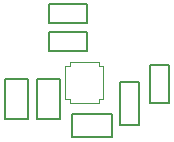
<source format=gbr>
G04*
G04 #@! TF.GenerationSoftware,Altium Limited,Altium Designer,24.7.2 (38)*
G04*
G04 Layer_Color=16711935*
%FSLAX25Y25*%
%MOIN*%
G70*
G04*
G04 #@! TF.SameCoordinates,557B2C77-FFCE-42D9-A2FA-4134FEC932EB*
G04*
G04*
G04 #@! TF.FilePolarity,Positive*
G04*
G01*
G75*
%ADD10C,0.00787*%
%ADD77C,0.00197*%
D10*
X223299Y134850D02*
Y141150D01*
X210701Y134850D02*
X223299D01*
X210701D02*
Y141150D01*
X223299D01*
X231705Y106149D02*
Y113851D01*
X218295Y106149D02*
X231705D01*
X218295D02*
Y113851D01*
X231705D01*
X206649Y125705D02*
X214351D01*
Y112295D02*
Y125705D01*
X206649Y112295D02*
X214351D01*
X206649D02*
Y125705D01*
X196149D02*
X203851D01*
Y112295D02*
Y125705D01*
X196149Y112295D02*
X203851D01*
X196149D02*
Y125705D01*
X210701Y144350D02*
Y150650D01*
X223299D01*
Y144350D02*
Y150650D01*
X210701Y144350D02*
X223299D01*
X234252Y110216D02*
Y124784D01*
Y110216D02*
X240748D01*
Y124784D01*
X234252D02*
X240748D01*
X244350Y117701D02*
Y130299D01*
Y117701D02*
X250650D01*
Y130299D01*
X244350D02*
X250650D01*
D77*
X216142Y118987D02*
X217579D01*
Y117550D02*
Y118987D01*
Y117550D02*
X227421D01*
Y118987D01*
X228858D01*
X227421Y129893D02*
X228858D01*
X227421D02*
Y131330D01*
X217579D02*
X227421D01*
X217579Y129893D02*
Y131330D01*
X216142Y129893D02*
X217579D01*
X216142Y118987D02*
Y129893D01*
X228858Y118987D02*
Y129893D01*
M02*

</source>
